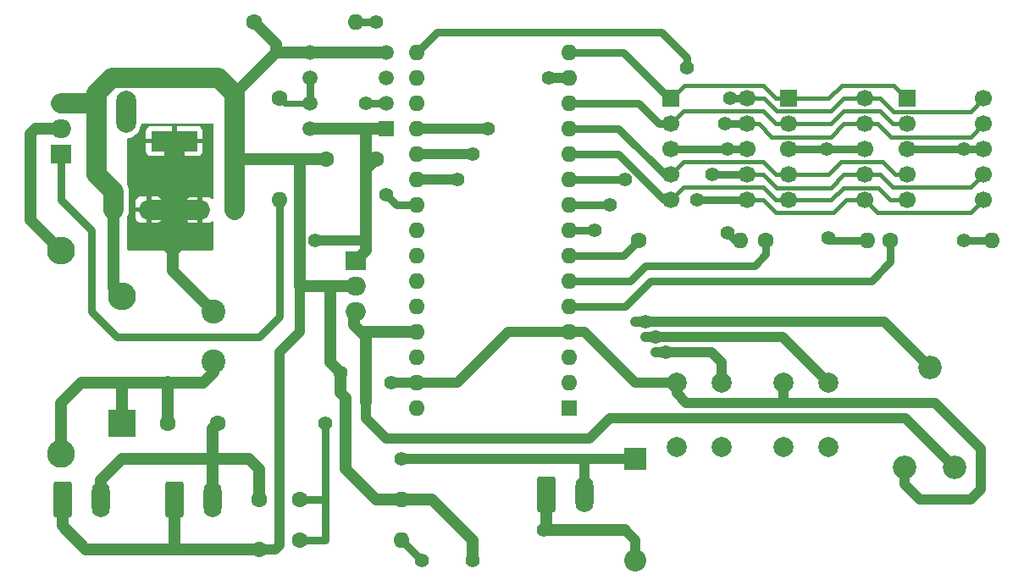
<source format=gbr>
%TF.GenerationSoftware,KiCad,Pcbnew,8.0.8*%
%TF.CreationDate,2025-05-16T08:04:54+02:00*%
%TF.ProjectId,nebulizer,6e656275-6c69-47a6-9572-2e6b69636164,rev?*%
%TF.SameCoordinates,Original*%
%TF.FileFunction,Copper,L2,Bot*%
%TF.FilePolarity,Positive*%
%FSLAX46Y46*%
G04 Gerber Fmt 4.6, Leading zero omitted, Abs format (unit mm)*
G04 Created by KiCad (PCBNEW 8.0.8) date 2025-05-16 08:04:54*
%MOMM*%
%LPD*%
G01*
G04 APERTURE LIST*
G04 Aperture macros list*
%AMRoundRect*
0 Rectangle with rounded corners*
0 $1 Rounding radius*
0 $2 $3 $4 $5 $6 $7 $8 $9 X,Y pos of 4 corners*
0 Add a 4 corners polygon primitive as box body*
4,1,4,$2,$3,$4,$5,$6,$7,$8,$9,$2,$3,0*
0 Add four circle primitives for the rounded corners*
1,1,$1+$1,$2,$3*
1,1,$1+$1,$4,$5*
1,1,$1+$1,$6,$7*
1,1,$1+$1,$8,$9*
0 Add four rect primitives between the rounded corners*
20,1,$1+$1,$2,$3,$4,$5,0*
20,1,$1+$1,$4,$5,$6,$7,0*
20,1,$1+$1,$6,$7,$8,$9,0*
20,1,$1+$1,$8,$9,$2,$3,0*%
G04 Aperture macros list end*
%TA.AperFunction,ComponentPad*%
%ADD10C,2.340000*%
%TD*%
%TA.AperFunction,ComponentPad*%
%ADD11RoundRect,0.250000X-0.650000X-1.550000X0.650000X-1.550000X0.650000X1.550000X-0.650000X1.550000X0*%
%TD*%
%TA.AperFunction,ComponentPad*%
%ADD12O,1.800000X3.600000*%
%TD*%
%TA.AperFunction,ComponentPad*%
%ADD13C,1.600000*%
%TD*%
%TA.AperFunction,ComponentPad*%
%ADD14O,1.600000X1.600000*%
%TD*%
%TA.AperFunction,ComponentPad*%
%ADD15R,1.700000X1.700000*%
%TD*%
%TA.AperFunction,ComponentPad*%
%ADD16C,1.700000*%
%TD*%
%TA.AperFunction,ComponentPad*%
%ADD17R,2.000000X1.905000*%
%TD*%
%TA.AperFunction,ComponentPad*%
%ADD18O,2.000000X1.905000*%
%TD*%
%TA.AperFunction,ComponentPad*%
%ADD19R,1.600000X1.600000*%
%TD*%
%TA.AperFunction,ComponentPad*%
%ADD20R,2.200000X2.200000*%
%TD*%
%TA.AperFunction,ComponentPad*%
%ADD21O,2.200000X2.200000*%
%TD*%
%TA.AperFunction,ComponentPad*%
%ADD22C,2.800000*%
%TD*%
%TA.AperFunction,ComponentPad*%
%ADD23O,2.800000X2.800000*%
%TD*%
%TA.AperFunction,ComponentPad*%
%ADD24R,4.600000X2.000000*%
%TD*%
%TA.AperFunction,ComponentPad*%
%ADD25O,4.200000X2.000000*%
%TD*%
%TA.AperFunction,ComponentPad*%
%ADD26O,2.000000X4.200000*%
%TD*%
%TA.AperFunction,ComponentPad*%
%ADD27R,1.200000X1.200000*%
%TD*%
%TA.AperFunction,ComponentPad*%
%ADD28C,1.200000*%
%TD*%
%TA.AperFunction,ComponentPad*%
%ADD29R,1.498600X1.498600*%
%TD*%
%TA.AperFunction,ComponentPad*%
%ADD30C,1.498600*%
%TD*%
%TA.AperFunction,ComponentPad*%
%ADD31C,2.400000*%
%TD*%
%TA.AperFunction,ComponentPad*%
%ADD32C,2.000000*%
%TD*%
%TA.AperFunction,ComponentPad*%
%ADD33R,2.800000X2.800000*%
%TD*%
%TA.AperFunction,ViaPad*%
%ADD34C,1.400000*%
%TD*%
%TA.AperFunction,Conductor*%
%ADD35C,0.400000*%
%TD*%
%TA.AperFunction,Conductor*%
%ADD36C,0.800000*%
%TD*%
%TA.AperFunction,Conductor*%
%ADD37C,1.000000*%
%TD*%
%TA.AperFunction,Conductor*%
%ADD38C,2.000000*%
%TD*%
%TA.AperFunction,Conductor*%
%ADD39C,1.200000*%
%TD*%
%TA.AperFunction,Conductor*%
%ADD40C,0.600000*%
%TD*%
G04 APERTURE END LIST*
D10*
%TO.P,RV1,1,1*%
%TO.N,+5V*%
X125944000Y-68928000D03*
%TO.P,RV1,2,2*%
%TO.N,Net-(A1-A0)*%
X123444000Y-58928000D03*
%TO.P,RV1,3,3*%
%TO.N,GND*%
X120944000Y-68928000D03*
%TD*%
D11*
%TO.P,J1,1,Pin_1*%
%TO.N,GND*%
X36724000Y-72186000D03*
D12*
%TO.P,J1,2,Pin_2*%
%TO.N,Net-(J1-Pin_2)*%
X40534000Y-72186000D03*
%TD*%
D13*
%TO.P,R2,1*%
%TO.N,DIG_2*%
X107000000Y-46230000D03*
D14*
%TO.P,R2,2*%
%TO.N,Net-(R2-Pad2)*%
X117160000Y-46230000D03*
%TD*%
D15*
%TO.P,U1,1,G*%
%TO.N,SEG_G*%
X97536000Y-32070000D03*
D16*
%TO.P,U1,2,F*%
%TO.N,SEG_F*%
X97536000Y-34610000D03*
%TO.P,U1,3,CC*%
%TO.N,Net-(R3-Pad2)*%
X97536000Y-37150000D03*
%TO.P,U1,4,E*%
%TO.N,SEG_E*%
X97536000Y-39690000D03*
%TO.P,U1,5,D*%
%TO.N,SEG_D*%
X97536000Y-42230000D03*
%TO.P,U1,6,DP*%
%TO.N,SEG_DP*%
X105156000Y-42230000D03*
%TO.P,U1,7,C*%
%TO.N,SEG_C*%
X105156000Y-39690000D03*
%TO.P,U1,8,CC*%
%TO.N,Net-(R3-Pad2)*%
X105156000Y-37150000D03*
%TO.P,U1,9,B*%
%TO.N,SEG_B*%
X105156000Y-34610000D03*
%TO.P,U1,10,A*%
%TO.N,SEG_A*%
X105156000Y-32070000D03*
%TD*%
D11*
%TO.P,J2,1,Pin_1*%
%TO.N,GND*%
X47894000Y-72186000D03*
D12*
%TO.P,J2,2,Pin_2*%
%TO.N,Net-(J1-Pin_2)*%
X51704000Y-72186000D03*
%TD*%
D13*
%TO.P,C1,1*%
%TO.N,Net-(D1-A1)*%
X47218000Y-64566000D03*
%TO.P,C1,2*%
%TO.N,Net-(J1-Pin_2)*%
X52218000Y-64566000D03*
%TD*%
D17*
%TO.P,U5,1,IN*%
%TO.N,+12V*%
X66040000Y-48260000D03*
D18*
%TO.P,U5,2,GND*%
%TO.N,GND*%
X66040000Y-50800000D03*
%TO.P,U5,3,OUT*%
%TO.N,+5V*%
X66040000Y-53340000D03*
%TD*%
D13*
%TO.P,R6,1*%
%TO.N,Pumpe*%
X60451000Y-76214000D03*
D14*
%TO.P,R6,2*%
%TO.N,Net-(Q2-G)*%
X70611000Y-76214000D03*
%TD*%
D19*
%TO.P,C3,1*%
%TO.N,+12V*%
X45354000Y-43180000D03*
D13*
%TO.P,C3,2*%
%TO.N,GND*%
X41854000Y-43180000D03*
%TD*%
D20*
%TO.P,D2,1,K*%
%TO.N,+12V*%
X93980000Y-68072000D03*
D21*
%TO.P,D2,2,A*%
%TO.N,Net-(D2-A)*%
X93980000Y-78232000D03*
%TD*%
D13*
%TO.P,R8,1*%
%TO.N,GND*%
X55880000Y-24384000D03*
D14*
%TO.P,R8,2*%
%TO.N,Net-(A1-D11)*%
X66040000Y-24384000D03*
%TD*%
D19*
%TO.P,A1,1,D1/TX*%
%TO.N,unconnected-(A1-D1{slash}TX-Pad1)*%
X87376000Y-62992000D03*
D14*
%TO.P,A1,2,D0/RX*%
%TO.N,unconnected-(A1-D0{slash}RX-Pad2)*%
X87376000Y-60452000D03*
%TO.P,A1,3,~{RESET}*%
%TO.N,unconnected-(A1-~{RESET}-Pad3)*%
X87376000Y-57912000D03*
%TO.P,A1,4,GND*%
%TO.N,GND*%
X87376000Y-55372000D03*
%TO.P,A1,5,D2*%
%TO.N,DIG_1*%
X87376000Y-52832000D03*
%TO.P,A1,6,D3*%
%TO.N,DIG_2*%
X87376000Y-50292000D03*
%TO.P,A1,7,D4*%
%TO.N,DIG_3*%
X87376000Y-47752000D03*
%TO.P,A1,8,D5*%
%TO.N,SEG_A*%
X87376000Y-45212000D03*
%TO.P,A1,9,D6*%
%TO.N,SEG_B*%
X87376000Y-42672000D03*
%TO.P,A1,10,D7*%
%TO.N,SEG_C*%
X87376000Y-40132000D03*
%TO.P,A1,11,D8*%
%TO.N,SEG_D*%
X87376000Y-37592000D03*
%TO.P,A1,12,D9*%
%TO.N,SEG_E*%
X87376000Y-35052000D03*
%TO.P,A1,13,D10*%
%TO.N,SEG_F*%
X87376000Y-32512000D03*
%TO.P,A1,14,D11*%
%TO.N,Net-(A1-D11)*%
X87376000Y-29972000D03*
%TO.P,A1,15,D12*%
%TO.N,SEG_G*%
X87376000Y-27432000D03*
%TO.P,A1,16,D13*%
%TO.N,SEG_DP*%
X72136000Y-27432000D03*
%TO.P,A1,17,3V3*%
%TO.N,unconnected-(A1-3V3-Pad17)*%
X72136000Y-29972000D03*
%TO.P,A1,18,AREF*%
%TO.N,unconnected-(A1-AREF-Pad18)*%
X72136000Y-32512000D03*
%TO.P,A1,19,A0*%
%TO.N,Net-(A1-A0)*%
X72136000Y-35052000D03*
%TO.P,A1,20,A1*%
%TO.N,Net-(A1-A1)*%
X72136000Y-37592000D03*
%TO.P,A1,21,A2*%
%TO.N,Net-(A1-A2)*%
X72136000Y-40132000D03*
%TO.P,A1,22,A3*%
%TO.N,Pumpe*%
X72136000Y-42672000D03*
%TO.P,A1,23,A4*%
%TO.N,unconnected-(A1-A4-Pad23)*%
X72136000Y-45212000D03*
%TO.P,A1,24,A5*%
%TO.N,unconnected-(A1-A5-Pad24)*%
X72136000Y-47752000D03*
%TO.P,A1,25,A6*%
%TO.N,unconnected-(A1-A6-Pad25)*%
X72136000Y-50292000D03*
%TO.P,A1,26,A7*%
%TO.N,unconnected-(A1-A7-Pad26)*%
X72136000Y-52832000D03*
%TO.P,A1,27,+5V*%
%TO.N,+5V*%
X72136000Y-55372000D03*
%TO.P,A1,28,~{RESET}*%
%TO.N,unconnected-(A1-~{RESET}-Pad28)*%
X72136000Y-57912000D03*
%TO.P,A1,29,GND*%
%TO.N,GND*%
X72136000Y-60452000D03*
%TO.P,A1,30,VIN*%
%TO.N,unconnected-(A1-VIN-Pad30)*%
X72136000Y-62992000D03*
%TD*%
D22*
%TO.P,R5,1*%
%TO.N,Net-(D1-A1)*%
X36576000Y-67564000D03*
D23*
%TO.P,R5,2*%
%TO.N,Net-(Q1-D)*%
X36576000Y-47244000D03*
%TD*%
D24*
%TO.P,J4,1*%
%TO.N,+12V*%
X47894000Y-36322000D03*
D25*
%TO.P,J4,2*%
%TO.N,GND*%
X47894000Y-30022000D03*
D26*
%TO.P,J4,3*%
%TO.N,unconnected-(J4-Pad3)*%
X43094000Y-33422000D03*
%TD*%
D15*
%TO.P,U3,1,G*%
%TO.N,SEG_G*%
X121146000Y-32070000D03*
D16*
%TO.P,U3,2,F*%
%TO.N,SEG_F*%
X121146000Y-34610000D03*
%TO.P,U3,3,CC*%
%TO.N,Net-(R1-Pad2)*%
X121146000Y-37150000D03*
%TO.P,U3,4,E*%
%TO.N,SEG_E*%
X121146000Y-39690000D03*
%TO.P,U3,5,D*%
%TO.N,SEG_D*%
X121146000Y-42230000D03*
%TO.P,U3,6,DP*%
%TO.N,SEG_DP*%
X128766000Y-42230000D03*
%TO.P,U3,7,C*%
%TO.N,SEG_C*%
X128766000Y-39690000D03*
%TO.P,U3,8,CC*%
%TO.N,Net-(R1-Pad2)*%
X128766000Y-37150000D03*
%TO.P,U3,9,B*%
%TO.N,SEG_B*%
X128766000Y-34610000D03*
%TO.P,U3,10,A*%
%TO.N,SEG_A*%
X128766000Y-32070000D03*
%TD*%
D27*
%TO.P,C5,1*%
%TO.N,+5V*%
X67056000Y-61976000D03*
D28*
%TO.P,C5,2*%
%TO.N,GND*%
X65056000Y-61976000D03*
%TD*%
D13*
%TO.P,C4,1*%
%TO.N,GND*%
X63072000Y-38100000D03*
%TO.P,C4,2*%
%TO.N,+12V*%
X68072000Y-38100000D03*
%TD*%
D17*
%TO.P,Q1,1,G*%
%TO.N,Net-(Q1-G)*%
X36576000Y-37592000D03*
D18*
%TO.P,Q1,2,D*%
%TO.N,Net-(Q1-D)*%
X36576000Y-35052000D03*
%TO.P,Q1,3,S*%
%TO.N,GND*%
X36576000Y-32512000D03*
%TD*%
D13*
%TO.P,C2,1*%
%TO.N,GND*%
X56388000Y-77136000D03*
%TO.P,C2,2*%
%TO.N,Net-(J1-Pin_2)*%
X56388000Y-72136000D03*
%TD*%
D29*
%TO.P,U4,1,VDD_2*%
%TO.N,+12V*%
X69088000Y-35052000D03*
D30*
%TO.P,U4,2,INPUT*%
%TO.N,Net-(A1-D11)*%
X69088000Y-32512000D03*
%TO.P,U4,3,NC*%
%TO.N,unconnected-(U4-NC-Pad3)*%
X69088000Y-29972000D03*
%TO.P,U4,4,GND_2*%
%TO.N,GND*%
X69088000Y-27432000D03*
%TO.P,U4,5,GND*%
X61468000Y-27432000D03*
%TO.P,U4,6,~OUT_2*%
%TO.N,Net-(U4-~OUT)*%
X61468000Y-29972000D03*
%TO.P,U4,7,~OUT*%
X61468000Y-32512000D03*
%TO.P,U4,8,VDD*%
%TO.N,+12V*%
X61468000Y-35052000D03*
%TD*%
D31*
%TO.P,L1,1,1*%
%TO.N,+12V*%
X51816000Y-53380000D03*
%TO.P,L1,2,2*%
%TO.N,Net-(D1-A1)*%
X51816000Y-58380000D03*
%TD*%
D19*
%TO.P,C6,1*%
%TO.N,+12V*%
X50434000Y-43230000D03*
D13*
%TO.P,C6,2*%
%TO.N,GND*%
X53934000Y-43230000D03*
%TD*%
%TO.P,R3,1*%
%TO.N,DIG_3*%
X94300000Y-46230000D03*
D14*
%TO.P,R3,2*%
%TO.N,Net-(R3-Pad2)*%
X104460000Y-46230000D03*
%TD*%
D32*
%TO.P,SW1,1,1*%
%TO.N,GND*%
X108784000Y-66952000D03*
X108784000Y-60452000D03*
%TO.P,SW1,2,2*%
%TO.N,Net-(A1-A1)*%
X113284000Y-66952000D03*
X113284000Y-60452000D03*
%TD*%
D15*
%TO.P,U2,1,G*%
%TO.N,SEG_G*%
X109341000Y-32070000D03*
D16*
%TO.P,U2,2,F*%
%TO.N,SEG_F*%
X109341000Y-34610000D03*
%TO.P,U2,3,CC*%
%TO.N,Net-(R2-Pad2)*%
X109341000Y-37150000D03*
%TO.P,U2,4,E*%
%TO.N,SEG_E*%
X109341000Y-39690000D03*
%TO.P,U2,5,D*%
%TO.N,SEG_D*%
X109341000Y-42230000D03*
%TO.P,U2,6,DP*%
%TO.N,SEG_DP*%
X116961000Y-42230000D03*
%TO.P,U2,7,C*%
%TO.N,SEG_C*%
X116961000Y-39690000D03*
%TO.P,U2,8,CC*%
%TO.N,Net-(R2-Pad2)*%
X116961000Y-37150000D03*
%TO.P,U2,9,B*%
%TO.N,SEG_B*%
X116961000Y-34610000D03*
%TO.P,U2,10,A*%
%TO.N,SEG_A*%
X116961000Y-32070000D03*
%TD*%
D11*
%TO.P,J3,1,Pin_1*%
%TO.N,Net-(D2-A)*%
X85088000Y-71628000D03*
D12*
%TO.P,J3,2,Pin_2*%
%TO.N,+12V*%
X88898000Y-71628000D03*
%TD*%
D33*
%TO.P,D1,1,A1*%
%TO.N,Net-(D1-A1)*%
X42672000Y-64516000D03*
D23*
%TO.P,D1,2,A2*%
%TO.N,GND*%
X42672000Y-51816000D03*
%TD*%
D32*
%TO.P,SW2,1,1*%
%TO.N,GND*%
X98116000Y-66952000D03*
X98116000Y-60452000D03*
%TO.P,SW2,2,2*%
%TO.N,Net-(A1-A2)*%
X102616000Y-66952000D03*
X102616000Y-60452000D03*
%TD*%
D13*
%TO.P,R4,1*%
%TO.N,Net-(U4-~OUT)*%
X58420000Y-32004000D03*
D14*
%TO.P,R4,2*%
%TO.N,Net-(Q1-G)*%
X58420000Y-42164000D03*
%TD*%
D13*
%TO.P,R1,1*%
%TO.N,DIG_1*%
X119500000Y-46230000D03*
D14*
%TO.P,R1,2*%
%TO.N,Net-(R1-Pad2)*%
X129660000Y-46230000D03*
%TD*%
D13*
%TO.P,R7,1*%
%TO.N,Pumpe*%
X60451000Y-72136000D03*
D14*
%TO.P,R7,2*%
%TO.N,GND*%
X70611000Y-72136000D03*
%TD*%
D34*
%TO.N,SEG_A*%
X89916000Y-45212000D03*
X103444000Y-32070000D03*
%TO.N,GND*%
X64516000Y-59436000D03*
X69596000Y-60452000D03*
X77723000Y-78232000D03*
%TO.N,SEG_B*%
X91440000Y-42672000D03*
X102936000Y-34544000D03*
%TO.N,SEG_DP*%
X99126000Y-28956000D03*
X100142000Y-42164000D03*
%TO.N,SEG_C*%
X101666000Y-39624000D03*
X92964000Y-40132000D03*
%TO.N,Net-(R1-Pad2)*%
X126812000Y-37084000D03*
X126812000Y-46228000D03*
%TO.N,Net-(R2-Pad2)*%
X113260000Y-45974000D03*
X113096000Y-37150000D03*
%TO.N,Net-(R3-Pad2)*%
X103190000Y-37150000D03*
X103190000Y-45466000D03*
%TO.N,Net-(A1-A0)*%
X94996000Y-54356000D03*
X79248000Y-35052000D03*
%TO.N,Net-(A1-A1)*%
X77724000Y-37592000D03*
X96012000Y-55880000D03*
%TO.N,Pumpe*%
X69088000Y-41656000D03*
X62992000Y-64516000D03*
%TO.N,Net-(A1-D11)*%
X69088000Y-32512000D03*
X68072000Y-24384000D03*
X67056000Y-32512000D03*
X85344000Y-29972000D03*
%TO.N,+12V*%
X47752000Y-46736000D03*
X61952000Y-46228000D03*
X50800000Y-46228000D03*
X70612000Y-68072000D03*
%TO.N,Net-(D2-A)*%
X84835000Y-75184000D03*
%TO.N,Net-(Q2-G)*%
X72643000Y-78232000D03*
%TO.N,Net-(A1-A2)*%
X97028000Y-57404000D03*
X76200000Y-40132000D03*
%TO.N,Net-(D1-A1)*%
X47244000Y-60452000D03*
%TD*%
D35*
%TO.N,SEG_A*%
X127476000Y-33360000D02*
X128766000Y-32070000D01*
D36*
X103444000Y-32070000D02*
X105156000Y-32070000D01*
D35*
X114808000Y-32070000D02*
X116961000Y-32070000D01*
X113558000Y-33320000D02*
X114808000Y-32070000D01*
X118496000Y-32070000D02*
X119786000Y-33360000D01*
D36*
X87376000Y-45212000D02*
X89916000Y-45212000D01*
D35*
X106841000Y-32070000D02*
X108091000Y-33320000D01*
X119786000Y-33360000D02*
X127476000Y-33360000D01*
X105156000Y-32070000D02*
X106841000Y-32070000D01*
X108091000Y-33320000D02*
X113558000Y-33320000D01*
X116961000Y-32070000D02*
X118496000Y-32070000D01*
D37*
%TO.N,GND*%
X122428000Y-72136000D02*
X120904000Y-70612000D01*
D38*
X52274000Y-30022000D02*
X47894000Y-30022000D01*
D39*
X63072000Y-38100000D02*
X61976000Y-38100000D01*
X65056000Y-61976000D02*
X65024000Y-61976000D01*
D37*
X128524000Y-71120000D02*
X127508000Y-72136000D01*
X108712000Y-62484000D02*
X123952000Y-62484000D01*
D39*
X58084000Y-26588000D02*
X55880000Y-24384000D01*
D37*
X87376000Y-55372000D02*
X81280000Y-55372000D01*
D38*
X53934000Y-43230000D02*
X53934000Y-38100000D01*
D37*
X98116000Y-60452000D02*
X98116000Y-61540000D01*
D38*
X40132000Y-39624000D02*
X40132000Y-32512000D01*
D39*
X61976000Y-38100000D02*
X53934000Y-38100000D01*
D37*
X120904000Y-70612000D02*
X120944000Y-70572000D01*
D39*
X64516000Y-59436000D02*
X63500000Y-58420000D01*
X70611000Y-72136000D02*
X68071000Y-72136000D01*
X77723000Y-78232000D02*
X77723000Y-76200000D01*
D37*
X56388000Y-77136000D02*
X57992000Y-77136000D01*
D38*
X41854000Y-43180000D02*
X41854000Y-41346000D01*
D39*
X58084000Y-27432000D02*
X58084000Y-26588000D01*
D37*
X108712000Y-62484000D02*
X108784000Y-62412000D01*
D39*
X47894000Y-72186000D02*
X47894000Y-76994000D01*
X63500000Y-58420000D02*
X63500000Y-50800000D01*
D37*
X128524000Y-67056000D02*
X128524000Y-71120000D01*
D39*
X47752000Y-77136000D02*
X39036000Y-77136000D01*
X65024000Y-61976000D02*
X64516000Y-61468000D01*
X77723000Y-76200000D02*
X73659000Y-72136000D01*
X60452000Y-50800000D02*
X60452000Y-38100000D01*
D37*
X99060000Y-62484000D02*
X108712000Y-62484000D01*
X93980000Y-60452000D02*
X88900000Y-55372000D01*
D39*
X66040000Y-50800000D02*
X64516000Y-50800000D01*
X58084000Y-27432000D02*
X53934000Y-31582000D01*
X56388000Y-77136000D02*
X47752000Y-77136000D01*
X61468000Y-27432000D02*
X58084000Y-27432000D01*
D37*
X88900000Y-55372000D02*
X87376000Y-55372000D01*
D38*
X41854000Y-41346000D02*
X40132000Y-39624000D01*
X41706000Y-30022000D02*
X47894000Y-30022000D01*
D37*
X58420000Y-76708000D02*
X58420000Y-57404000D01*
X60452000Y-55372000D02*
X60452000Y-50800000D01*
D38*
X40132000Y-32512000D02*
X36576000Y-32512000D01*
D37*
X93980000Y-60452000D02*
X98116000Y-60452000D01*
X123952000Y-62484000D02*
X128524000Y-67056000D01*
D39*
X39036000Y-77136000D02*
X36724000Y-74824000D01*
D38*
X53934000Y-31582000D02*
X52324000Y-29972000D01*
D37*
X72136000Y-60452000D02*
X69596000Y-60452000D01*
X76200000Y-60452000D02*
X72136000Y-60452000D01*
D38*
X41656000Y-29972000D02*
X41706000Y-30022000D01*
D37*
X120944000Y-70572000D02*
X120944000Y-68928000D01*
X81280000Y-55372000D02*
X76200000Y-60452000D01*
D39*
X69088000Y-27432000D02*
X61468000Y-27432000D01*
X41854000Y-50998000D02*
X42672000Y-51816000D01*
X60452000Y-38100000D02*
X61976000Y-38100000D01*
D37*
X58420000Y-57404000D02*
X60452000Y-55372000D01*
D39*
X41854000Y-43180000D02*
X41854000Y-50998000D01*
X36724000Y-74824000D02*
X36724000Y-72186000D01*
D38*
X53934000Y-38100000D02*
X53934000Y-31582000D01*
D39*
X64516000Y-61468000D02*
X64516000Y-59436000D01*
D38*
X40132000Y-32512000D02*
X40132000Y-31496000D01*
D39*
X68071000Y-72136000D02*
X65056000Y-69121000D01*
D37*
X108784000Y-62412000D02*
X108784000Y-60452000D01*
X57992000Y-77136000D02*
X58420000Y-76708000D01*
D39*
X65056000Y-69121000D02*
X65056000Y-61976000D01*
X73659000Y-72136000D02*
X70611000Y-72136000D01*
X63500000Y-50800000D02*
X60452000Y-50800000D01*
X47894000Y-76994000D02*
X47752000Y-77136000D01*
D38*
X52324000Y-29972000D02*
X52274000Y-30022000D01*
D37*
X98116000Y-61540000D02*
X99060000Y-62484000D01*
D38*
X40132000Y-31496000D02*
X41656000Y-29972000D01*
D37*
X127508000Y-72136000D02*
X122428000Y-72136000D01*
D39*
X64516000Y-50800000D02*
X63500000Y-50800000D01*
D36*
%TO.N,DIG_2*%
X105894000Y-48768000D02*
X107000000Y-47662000D01*
X94996000Y-48768000D02*
X105894000Y-48768000D01*
X87376000Y-50292000D02*
X93472000Y-50292000D01*
X107000000Y-47662000D02*
X107000000Y-46230000D01*
X93472000Y-50292000D02*
X94996000Y-48768000D01*
%TO.N,SEG_B*%
X103002000Y-34610000D02*
X102936000Y-34544000D01*
D35*
X106358081Y-34610000D02*
X107648081Y-35900000D01*
X119532000Y-35900000D02*
X127476000Y-35900000D01*
X116961000Y-34610000D02*
X118242000Y-34610000D01*
D36*
X105156000Y-34610000D02*
X103002000Y-34610000D01*
D35*
X113518000Y-35900000D02*
X114808000Y-34610000D01*
X127476000Y-35900000D02*
X128766000Y-34610000D01*
X107648081Y-35900000D02*
X113518000Y-35900000D01*
X118242000Y-34610000D02*
X119532000Y-35900000D01*
X105156000Y-34610000D02*
X106358081Y-34610000D01*
X114808000Y-34610000D02*
X116961000Y-34610000D01*
D36*
X91440000Y-42672000D02*
X87376000Y-42672000D01*
D39*
%TO.N,+5V*%
X67056000Y-61976000D02*
X67056000Y-55880000D01*
X72136000Y-55372000D02*
X66548000Y-55372000D01*
D37*
X69088000Y-66040000D02*
X67056000Y-64008000D01*
X67056000Y-64008000D02*
X67056000Y-61976000D01*
X121024000Y-64008000D02*
X91440000Y-64008000D01*
D39*
X65916000Y-54740000D02*
X65916000Y-53464000D01*
D37*
X125944000Y-68928000D02*
X121024000Y-64008000D01*
X91440000Y-64008000D02*
X89408000Y-66040000D01*
X89408000Y-66040000D02*
X69088000Y-66040000D01*
D39*
X66548000Y-55372000D02*
X66294000Y-55118000D01*
X67056000Y-55880000D02*
X66294000Y-55118000D01*
X65916000Y-53464000D02*
X66040000Y-53340000D01*
X66294000Y-55118000D02*
X65916000Y-54740000D01*
D36*
%TO.N,DIG_3*%
X87376000Y-47752000D02*
X92778000Y-47752000D01*
X92778000Y-47752000D02*
X94300000Y-46230000D01*
%TO.N,SEG_DP*%
X74168000Y-25400000D02*
X96586000Y-25400000D01*
X74168000Y-25400000D02*
X72136000Y-27432000D01*
X99126000Y-28956000D02*
X99126000Y-27940000D01*
D35*
X113812000Y-43480000D02*
X115062000Y-42230000D01*
X108062000Y-43480000D02*
X113812000Y-43480000D01*
D36*
X100208000Y-42230000D02*
X105156000Y-42230000D01*
X100142000Y-42164000D02*
X100208000Y-42230000D01*
D35*
X127516000Y-43480000D02*
X128766000Y-42230000D01*
X115062000Y-42230000D02*
X116961000Y-42230000D01*
X106812000Y-42230000D02*
X108062000Y-43480000D01*
X116961000Y-42230000D02*
X118211000Y-43480000D01*
X105156000Y-42230000D02*
X106812000Y-42230000D01*
X118211000Y-43480000D02*
X127516000Y-43480000D01*
D36*
X99126000Y-27940000D02*
X96586000Y-25400000D01*
D35*
%TO.N,SEG_E*%
X120020000Y-39690000D02*
X121146000Y-39690000D01*
D36*
X87376000Y-35052000D02*
X92331500Y-35052000D01*
D35*
X108082000Y-39690000D02*
X109341000Y-39690000D01*
X97536000Y-39690000D02*
X98826000Y-38400000D01*
X98826000Y-38400000D02*
X106792000Y-38400000D01*
D36*
X97536000Y-39690000D02*
X96969500Y-39690000D01*
D35*
X113284000Y-39690000D02*
X114574000Y-38400000D01*
X118730000Y-38400000D02*
X120020000Y-39690000D01*
D36*
X96969500Y-39690000D02*
X92331500Y-35052000D01*
D35*
X106792000Y-38400000D02*
X108082000Y-39690000D01*
X109341000Y-39690000D02*
X113284000Y-39690000D01*
X114574000Y-38400000D02*
X118730000Y-38400000D01*
%TO.N,SEG_D*%
X97536000Y-42230000D02*
X98826000Y-40940000D01*
X106792000Y-40940000D02*
X108082000Y-42230000D01*
X113538000Y-42230000D02*
X114788000Y-40980000D01*
X114788000Y-40980000D02*
X118262000Y-40980000D01*
D36*
X87376000Y-37592000D02*
X92268000Y-37592000D01*
D35*
X98826000Y-40940000D02*
X106792000Y-40940000D01*
D36*
X96906000Y-42230000D02*
X92268000Y-37592000D01*
D35*
X119512000Y-42230000D02*
X121146000Y-42230000D01*
X109341000Y-42230000D02*
X113538000Y-42230000D01*
X118262000Y-40980000D02*
X119512000Y-42230000D01*
X108082000Y-42230000D02*
X109341000Y-42230000D01*
D36*
X97536000Y-42230000D02*
X96906000Y-42230000D01*
D35*
%TO.N,SEG_G*%
X98872000Y-30734000D02*
X106746000Y-30734000D01*
D36*
X87376000Y-27432000D02*
X92776000Y-27432000D01*
D35*
X97536000Y-32070000D02*
X98872000Y-30734000D01*
D36*
X97414000Y-32070000D02*
X92776000Y-27432000D01*
D35*
X109341000Y-32070000D02*
X113284000Y-32070000D01*
X113284000Y-32070000D02*
X114620000Y-30734000D01*
X119810000Y-30734000D02*
X121146000Y-32070000D01*
D36*
X97536000Y-32070000D02*
X97414000Y-32070000D01*
D35*
X108082000Y-32070000D02*
X109341000Y-32070000D01*
X114620000Y-30734000D02*
X119810000Y-30734000D01*
X106746000Y-30734000D02*
X108082000Y-32070000D01*
D36*
%TO.N,DIG_1*%
X119500000Y-48370000D02*
X119500000Y-46230000D01*
X117578000Y-50292000D02*
X119500000Y-48370000D01*
X87376000Y-52832000D02*
X92964000Y-52832000D01*
X95504000Y-50292000D02*
X117578000Y-50292000D01*
X92964000Y-52832000D02*
X95504000Y-50292000D01*
D35*
%TO.N,SEG_F*%
X97536000Y-34610000D02*
X98826000Y-33320000D01*
D36*
X87376000Y-32512000D02*
X94300000Y-32512000D01*
D35*
X108082000Y-34610000D02*
X109341000Y-34610000D01*
X114828000Y-33320000D02*
X118476000Y-33320000D01*
X118476000Y-33320000D02*
X119766000Y-34610000D01*
X119766000Y-34610000D02*
X121146000Y-34610000D01*
X109341000Y-34610000D02*
X113538000Y-34610000D01*
D36*
X97536000Y-34610000D02*
X96398000Y-34610000D01*
X96398000Y-34610000D02*
X94300000Y-32512000D01*
D35*
X98826000Y-33320000D02*
X106792000Y-33320000D01*
X113538000Y-34610000D02*
X114828000Y-33320000D01*
X106792000Y-33320000D02*
X108082000Y-34610000D01*
%TO.N,SEG_C*%
X114808000Y-39690000D02*
X116961000Y-39690000D01*
D36*
X101666000Y-39624000D02*
X101732000Y-39690000D01*
D35*
X118496000Y-39690000D02*
X119746000Y-40940000D01*
X113518000Y-40980000D02*
X114808000Y-39690000D01*
D36*
X87376000Y-40132000D02*
X92964000Y-40132000D01*
X101732000Y-39690000D02*
X105156000Y-39690000D01*
D35*
X106812000Y-39690000D02*
X108102000Y-40980000D01*
X105156000Y-39690000D02*
X106812000Y-39690000D01*
X127516000Y-40940000D02*
X128766000Y-39690000D01*
X116961000Y-39690000D02*
X118496000Y-39690000D01*
X119746000Y-40940000D02*
X127516000Y-40940000D01*
X108102000Y-40980000D02*
X113518000Y-40980000D01*
D36*
%TO.N,Net-(R1-Pad2)*%
X126814000Y-46230000D02*
X126812000Y-46228000D01*
X129660000Y-46230000D02*
X126814000Y-46230000D01*
X121146000Y-37150000D02*
X128766000Y-37150000D01*
%TO.N,Net-(R2-Pad2)*%
X113516000Y-46230000D02*
X113260000Y-45974000D01*
X117160000Y-46230000D02*
X113516000Y-46230000D01*
X109341000Y-37150000D02*
X116961000Y-37150000D01*
%TO.N,Net-(R3-Pad2)*%
X103190000Y-45466000D02*
X103954000Y-46230000D01*
X97536000Y-37150000D02*
X103190000Y-37150000D01*
X103190000Y-37150000D02*
X105156000Y-37150000D01*
X103954000Y-46230000D02*
X104460000Y-46230000D01*
D37*
%TO.N,Net-(A1-A0)*%
X118872000Y-54356000D02*
X93980000Y-54356000D01*
X123444000Y-58928000D02*
X118872000Y-54356000D01*
X72136000Y-35052000D02*
X79248000Y-35052000D01*
D39*
%TO.N,Net-(J1-Pin_2)*%
X40534000Y-72186000D02*
X40534000Y-70210000D01*
X51704000Y-65080000D02*
X52218000Y-64566000D01*
X51704000Y-72186000D02*
X51704000Y-68072000D01*
X40534000Y-70210000D02*
X42672000Y-68072000D01*
X56388000Y-72136000D02*
X56388000Y-69088000D01*
X55372000Y-68072000D02*
X51704000Y-68072000D01*
X51704000Y-68072000D02*
X51704000Y-65080000D01*
X42672000Y-68072000D02*
X51704000Y-68072000D01*
X56388000Y-69088000D02*
X55372000Y-68072000D01*
%TO.N,Net-(Q1-D)*%
X33528000Y-44196000D02*
X36576000Y-47244000D01*
X34036000Y-35052000D02*
X33528000Y-35560000D01*
X36576000Y-35052000D02*
X34036000Y-35052000D01*
X33528000Y-35560000D02*
X33528000Y-44196000D01*
D37*
%TO.N,Net-(A1-A1)*%
X108712000Y-55880000D02*
X94996000Y-55880000D01*
X72136000Y-37592000D02*
X77724000Y-37592000D01*
X113284000Y-60452000D02*
X108712000Y-55880000D01*
D36*
%TO.N,Pumpe*%
X62991000Y-64517000D02*
X62992000Y-64516000D01*
X62991000Y-72136000D02*
X62991000Y-76214000D01*
X60451000Y-72136000D02*
X62991000Y-72136000D01*
X62991000Y-72136000D02*
X62991000Y-64517000D01*
X72136000Y-42672000D02*
X70104000Y-42672000D01*
X60451000Y-76214000D02*
X62991000Y-76214000D01*
X70104000Y-42672000D02*
X69088000Y-41656000D01*
D37*
%TO.N,Net-(A1-D11)*%
X87376000Y-29972000D02*
X85344000Y-29972000D01*
D36*
X69088000Y-32512000D02*
X67056000Y-32512000D01*
X66040000Y-24384000D02*
X68072000Y-24384000D01*
D39*
%TO.N,+12V*%
X47752000Y-49276000D02*
X47752000Y-46736000D01*
X67056000Y-47244000D02*
X67056000Y-46228000D01*
D38*
X47752000Y-45720000D02*
X47752000Y-43180000D01*
X47894000Y-43038000D02*
X47752000Y-43180000D01*
D37*
X61952000Y-46228000D02*
X67056000Y-46228000D01*
D39*
X66040000Y-48260000D02*
X67056000Y-47244000D01*
D38*
X50800000Y-46228000D02*
X48260000Y-46228000D01*
X48260000Y-46228000D02*
X47752000Y-45720000D01*
D37*
X93980000Y-68072000D02*
X88900000Y-68072000D01*
D39*
X67056000Y-39116000D02*
X68072000Y-38100000D01*
D38*
X47752000Y-43180000D02*
X50384000Y-43180000D01*
X50384000Y-43180000D02*
X50434000Y-43230000D01*
D39*
X51816000Y-53380000D02*
X51816000Y-53340000D01*
X67056000Y-46228000D02*
X67056000Y-39116000D01*
D38*
X47752000Y-46736000D02*
X47752000Y-45720000D01*
D37*
X88900000Y-68072000D02*
X70612000Y-68072000D01*
D39*
X67056000Y-35052000D02*
X69088000Y-35052000D01*
D37*
X88898000Y-71628000D02*
X88898000Y-68074000D01*
D39*
X51816000Y-53340000D02*
X47752000Y-49276000D01*
D37*
X88898000Y-68074000D02*
X88900000Y-68072000D01*
D38*
X45354000Y-43180000D02*
X47752000Y-43180000D01*
X47894000Y-36322000D02*
X47894000Y-43038000D01*
D39*
X67056000Y-39116000D02*
X67056000Y-35052000D01*
X61468000Y-35052000D02*
X67056000Y-35052000D01*
%TO.N,Net-(D2-A)*%
X84835000Y-75184000D02*
X92963000Y-75184000D01*
X85088000Y-74931000D02*
X84835000Y-75184000D01*
D37*
X93980000Y-78232000D02*
X93980000Y-76200000D01*
D39*
X85088000Y-71628000D02*
X85088000Y-74931000D01*
D37*
X93980000Y-76200000D02*
X92964000Y-75184000D01*
D36*
%TO.N,Net-(Q1-G)*%
X56388000Y-55880000D02*
X58420000Y-53848000D01*
X36576000Y-37592000D02*
X36576000Y-42164000D01*
X39624000Y-45212000D02*
X39624000Y-53340000D01*
X42164000Y-55880000D02*
X56388000Y-55880000D01*
X58420000Y-53848000D02*
X58420000Y-42164000D01*
X39624000Y-53340000D02*
X42164000Y-55880000D01*
X36576000Y-42164000D02*
X39624000Y-45212000D01*
%TO.N,Net-(Q2-G)*%
X70625000Y-76214000D02*
X72643000Y-78232000D01*
X70611000Y-76214000D02*
X70625000Y-76214000D01*
D40*
%TO.N,Net-(U4-~OUT)*%
X58928000Y-32512000D02*
X58420000Y-32004000D01*
D36*
X61468000Y-32512000D02*
X61468000Y-29972000D01*
D40*
X61468000Y-32512000D02*
X58928000Y-32512000D01*
D37*
%TO.N,Net-(A1-A2)*%
X72136000Y-40132000D02*
X76200000Y-40132000D01*
X102616000Y-58420000D02*
X102616000Y-60452000D01*
X101600000Y-57404000D02*
X102616000Y-58420000D01*
X97536000Y-57404000D02*
X101600000Y-57404000D01*
X96012000Y-57404000D02*
X97536000Y-57404000D01*
D36*
X97028000Y-57404000D02*
X97536000Y-57404000D01*
D39*
%TO.N,Net-(D1-A1)*%
X50800000Y-60452000D02*
X47244000Y-60452000D01*
X42672000Y-60452000D02*
X38608000Y-60452000D01*
X47218000Y-60478000D02*
X47244000Y-60452000D01*
X38608000Y-60452000D02*
X36576000Y-62484000D01*
X51816000Y-58380000D02*
X51816000Y-59436000D01*
X51816000Y-59436000D02*
X50800000Y-60452000D01*
X47218000Y-64566000D02*
X47218000Y-60478000D01*
X36576000Y-62484000D02*
X36576000Y-67564000D01*
X42672000Y-64516000D02*
X42672000Y-60452000D01*
X47244000Y-60452000D02*
X42672000Y-60452000D01*
%TD*%
%TA.AperFunction,Conductor*%
%TO.N,+12V*%
G36*
X51759039Y-34563685D02*
G01*
X51804794Y-34616489D01*
X51816000Y-34668000D01*
X51816000Y-42000563D01*
X51796315Y-42067602D01*
X51743511Y-42113357D01*
X51674353Y-42123301D01*
X51610797Y-42094276D01*
X51592735Y-42074876D01*
X51591189Y-42072811D01*
X51591187Y-42072809D01*
X51476093Y-41986649D01*
X51476086Y-41986645D01*
X51341379Y-41936403D01*
X51341372Y-41936401D01*
X51281844Y-41930000D01*
X50684000Y-41930000D01*
X50684000Y-42914314D01*
X50679606Y-42909920D01*
X50588394Y-42857259D01*
X50486661Y-42830000D01*
X50381339Y-42830000D01*
X50279606Y-42857259D01*
X50188394Y-42909920D01*
X50184000Y-42914314D01*
X50184000Y-41930000D01*
X49586155Y-41930000D01*
X49526627Y-41936401D01*
X49526620Y-41936403D01*
X49391913Y-41986645D01*
X49391906Y-41986649D01*
X49276812Y-42072809D01*
X49276809Y-42072812D01*
X49190649Y-42187906D01*
X49190645Y-42187913D01*
X49140403Y-42322620D01*
X49140401Y-42322627D01*
X49134000Y-42382155D01*
X49134000Y-42980000D01*
X50118314Y-42980000D01*
X50113920Y-42984394D01*
X50061259Y-43075606D01*
X50034000Y-43177339D01*
X50034000Y-43282661D01*
X50061259Y-43384394D01*
X50113920Y-43475606D01*
X50118314Y-43480000D01*
X49134000Y-43480000D01*
X49134000Y-44077844D01*
X49140401Y-44137372D01*
X49140403Y-44137379D01*
X49190645Y-44272086D01*
X49190649Y-44272093D01*
X49276809Y-44387187D01*
X49276812Y-44387190D01*
X49391906Y-44473350D01*
X49391913Y-44473354D01*
X49526620Y-44523596D01*
X49526627Y-44523598D01*
X49586155Y-44529999D01*
X49586172Y-44530000D01*
X50184000Y-44530000D01*
X50184000Y-43545686D01*
X50188394Y-43550080D01*
X50279606Y-43602741D01*
X50381339Y-43630000D01*
X50486661Y-43630000D01*
X50588394Y-43602741D01*
X50679606Y-43550080D01*
X50684000Y-43545686D01*
X50684000Y-44530000D01*
X51281828Y-44530000D01*
X51281844Y-44529999D01*
X51341372Y-44523598D01*
X51341379Y-44523596D01*
X51476086Y-44473354D01*
X51476093Y-44473350D01*
X51591186Y-44387191D01*
X51592731Y-44385128D01*
X51594795Y-44383582D01*
X51597460Y-44380918D01*
X51597843Y-44381301D01*
X51648664Y-44343255D01*
X51718355Y-44338269D01*
X51779679Y-44371753D01*
X51813166Y-44433075D01*
X51816000Y-44459436D01*
X51816000Y-47120000D01*
X51796315Y-47187039D01*
X51743511Y-47232794D01*
X51692000Y-47244000D01*
X43304000Y-47244000D01*
X43236961Y-47224315D01*
X43191206Y-47171511D01*
X43180000Y-47120000D01*
X43180000Y-43912483D01*
X43193516Y-43856188D01*
X43244564Y-43756001D01*
X43244565Y-43755997D01*
X43244568Y-43755992D01*
X43317553Y-43531368D01*
X43354500Y-43298097D01*
X43354500Y-42332155D01*
X44054000Y-42332155D01*
X44054000Y-42930000D01*
X45038314Y-42930000D01*
X45033920Y-42934394D01*
X44981259Y-43025606D01*
X44954000Y-43127339D01*
X44954000Y-43232661D01*
X44981259Y-43334394D01*
X45033920Y-43425606D01*
X45038314Y-43430000D01*
X44054000Y-43430000D01*
X44054000Y-44027844D01*
X44060401Y-44087372D01*
X44060403Y-44087379D01*
X44110645Y-44222086D01*
X44110649Y-44222093D01*
X44196809Y-44337187D01*
X44196812Y-44337190D01*
X44311906Y-44423350D01*
X44311913Y-44423354D01*
X44446620Y-44473596D01*
X44446627Y-44473598D01*
X44506155Y-44479999D01*
X44506172Y-44480000D01*
X45104000Y-44480000D01*
X45104000Y-43495686D01*
X45108394Y-43500080D01*
X45199606Y-43552741D01*
X45301339Y-43580000D01*
X45406661Y-43580000D01*
X45508394Y-43552741D01*
X45599606Y-43500080D01*
X45604000Y-43495686D01*
X45604000Y-44480000D01*
X46201828Y-44480000D01*
X46201844Y-44479999D01*
X46261372Y-44473598D01*
X46261379Y-44473596D01*
X46396086Y-44423354D01*
X46396093Y-44423350D01*
X46511187Y-44337190D01*
X46511190Y-44337187D01*
X46597350Y-44222093D01*
X46597354Y-44222086D01*
X46647596Y-44087379D01*
X46647598Y-44087372D01*
X46653999Y-44027844D01*
X46654000Y-44027827D01*
X46654000Y-43430000D01*
X45669686Y-43430000D01*
X45674080Y-43425606D01*
X45726741Y-43334394D01*
X45754000Y-43232661D01*
X45754000Y-43127339D01*
X45726741Y-43025606D01*
X45674080Y-42934394D01*
X45669686Y-42930000D01*
X46654000Y-42930000D01*
X46654000Y-42332172D01*
X46653999Y-42332155D01*
X46647598Y-42272627D01*
X46647596Y-42272620D01*
X46597354Y-42137913D01*
X46597350Y-42137906D01*
X46511190Y-42022812D01*
X46511187Y-42022809D01*
X46396093Y-41936649D01*
X46396086Y-41936645D01*
X46261379Y-41886403D01*
X46261372Y-41886401D01*
X46201844Y-41880000D01*
X45604000Y-41880000D01*
X45604000Y-42864314D01*
X45599606Y-42859920D01*
X45508394Y-42807259D01*
X45406661Y-42780000D01*
X45301339Y-42780000D01*
X45199606Y-42807259D01*
X45108394Y-42859920D01*
X45104000Y-42864314D01*
X45104000Y-41880000D01*
X44506155Y-41880000D01*
X44446627Y-41886401D01*
X44446620Y-41886403D01*
X44311913Y-41936645D01*
X44311906Y-41936649D01*
X44196812Y-42022809D01*
X44196809Y-42022812D01*
X44110649Y-42137906D01*
X44110645Y-42137913D01*
X44060403Y-42272620D01*
X44060401Y-42272627D01*
X44054000Y-42332155D01*
X43354500Y-42332155D01*
X43354500Y-41227902D01*
X43317553Y-40994631D01*
X43303605Y-40951705D01*
X43244568Y-40770008D01*
X43193515Y-40669810D01*
X43180000Y-40613515D01*
X43180000Y-36133489D01*
X43199685Y-36066450D01*
X43252489Y-36020695D01*
X43284602Y-36011016D01*
X43445368Y-35985553D01*
X43669992Y-35912568D01*
X43880433Y-35805343D01*
X44071510Y-35666517D01*
X44238517Y-35499510D01*
X44377343Y-35308433D01*
X44394809Y-35274155D01*
X45094000Y-35274155D01*
X45094000Y-36072000D01*
X46160988Y-36072000D01*
X46128075Y-36129007D01*
X46094000Y-36256174D01*
X46094000Y-36387826D01*
X46128075Y-36514993D01*
X46160988Y-36572000D01*
X45094000Y-36572000D01*
X45094000Y-37369844D01*
X45100401Y-37429372D01*
X45100403Y-37429379D01*
X45150645Y-37564086D01*
X45150649Y-37564093D01*
X45236809Y-37679187D01*
X45236812Y-37679190D01*
X45351906Y-37765350D01*
X45351913Y-37765354D01*
X45486620Y-37815596D01*
X45486627Y-37815598D01*
X45546155Y-37821999D01*
X45546172Y-37822000D01*
X47644000Y-37822000D01*
X47644000Y-36822000D01*
X48144000Y-36822000D01*
X48144000Y-37822000D01*
X50241828Y-37822000D01*
X50241844Y-37821999D01*
X50301372Y-37815598D01*
X50301379Y-37815596D01*
X50436086Y-37765354D01*
X50436093Y-37765350D01*
X50551187Y-37679190D01*
X50551190Y-37679187D01*
X50637350Y-37564093D01*
X50637354Y-37564086D01*
X50687596Y-37429379D01*
X50687598Y-37429372D01*
X50693999Y-37369844D01*
X50694000Y-37369827D01*
X50694000Y-36572000D01*
X49627012Y-36572000D01*
X49659925Y-36514993D01*
X49694000Y-36387826D01*
X49694000Y-36256174D01*
X49659925Y-36129007D01*
X49627012Y-36072000D01*
X50694000Y-36072000D01*
X50694000Y-35274172D01*
X50693999Y-35274155D01*
X50687598Y-35214627D01*
X50687596Y-35214620D01*
X50637354Y-35079913D01*
X50637350Y-35079906D01*
X50551190Y-34964812D01*
X50551187Y-34964809D01*
X50436093Y-34878649D01*
X50436086Y-34878645D01*
X50301379Y-34828403D01*
X50301372Y-34828401D01*
X50241844Y-34822000D01*
X48144000Y-34822000D01*
X48144000Y-35822000D01*
X47644000Y-35822000D01*
X47644000Y-34822000D01*
X45546155Y-34822000D01*
X45486627Y-34828401D01*
X45486620Y-34828403D01*
X45351913Y-34878645D01*
X45351906Y-34878649D01*
X45236812Y-34964809D01*
X45236809Y-34964812D01*
X45150649Y-35079906D01*
X45150645Y-35079913D01*
X45100403Y-35214620D01*
X45100401Y-35214627D01*
X45094000Y-35274155D01*
X44394809Y-35274155D01*
X44484568Y-35097992D01*
X44557553Y-34873368D01*
X44565689Y-34822000D01*
X44593153Y-34648602D01*
X44623082Y-34585467D01*
X44682394Y-34548536D01*
X44715626Y-34544000D01*
X51692000Y-34544000D01*
X51759039Y-34563685D01*
G37*
%TD.AperFunction*%
%TD*%
M02*

</source>
